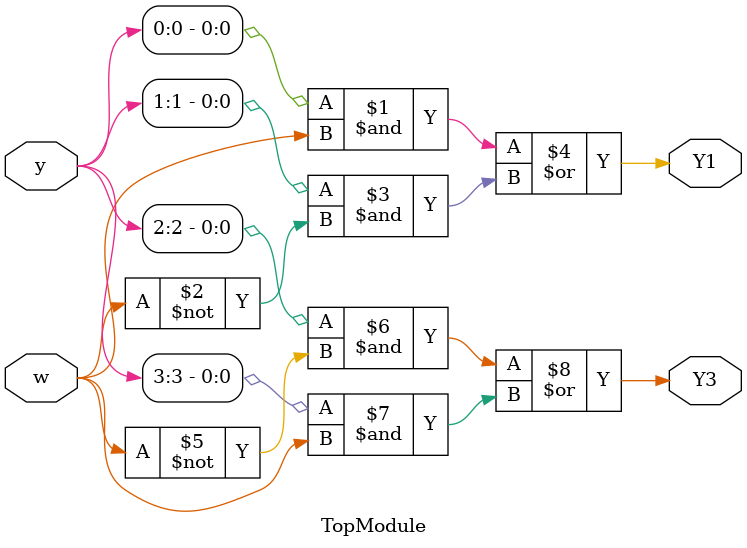
<source format=sv>
module TopModule (
    input logic [5:0] y,
    input logic w,
    output logic Y1,
    output logic Y3
);

assign Y1 = (y[0] & w) | (y[1] & ~w); // Logic for next-state signal Y1
assign Y3 = (y[2] & ~w) | (y[3] & w); // Logic for next-state signal Y3

endmodule
</source>
